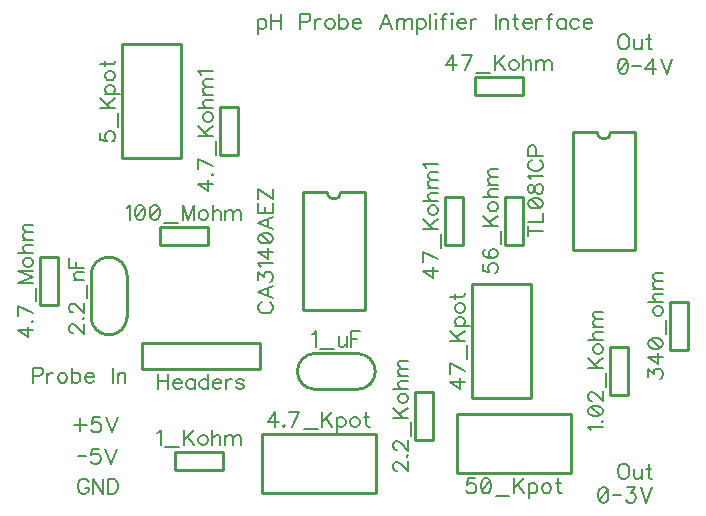
<source format=gto>
G04 DipTrace 3.2.0.1*
G04 TopSilk.gto*
%MOIN*%
G04 #@! TF.FileFunction,Legend,Top*
G04 #@! TF.Part,Single*
%ADD10C,0.009843*%
%ADD47C,0.00772*%
%FSLAX26Y26*%
G04*
G70*
G90*
G75*
G01*
G04 TopSilk*
%LPD*%
X2523701Y1023851D2*
D10*
X2463701D1*
X2523701Y863551D2*
Y1023851D1*
Y863551D2*
X2463701D1*
Y1023851D1*
X1123851Y1363701D2*
Y1423701D1*
X963551Y1363701D2*
X1123851D1*
X963551D2*
Y1423701D1*
X1123851D1*
X1173851Y614134D2*
Y674134D1*
X1013551Y614134D2*
X1173851D1*
X1013551D2*
Y674134D1*
X1173851D1*
X1481628Y882127D2*
X1621508D1*
X1481628Y1002127D2*
X1621508D1*
Y882127D2*
G03X1621508Y1002127I60J60000D01*
G01*
X1481628D2*
G03X1481628Y882127I-60J-60000D01*
G01*
X1813701Y713551D2*
X1873701D1*
X1813701Y873851D2*
Y713551D1*
Y873851D2*
X1873701D1*
Y713551D1*
X733701Y1263641D2*
Y1123761D1*
X853701Y1263641D2*
Y1123761D1*
X733701D2*
G03X853701Y1123761I60000J-60D01*
G01*
Y1263641D2*
G03X733701Y1263641I-60000J60D01*
G01*
X2663701Y1013551D2*
X2723701D1*
X2663701Y1173851D2*
Y1013551D1*
Y1173851D2*
X2723701D1*
Y1013551D1*
X1163701Y1663551D2*
X1223701D1*
X1163701Y1823851D2*
Y1663551D1*
Y1823851D2*
X1223701D1*
Y1663551D1*
X1684055Y537402D2*
X1303346D1*
Y734252D1*
X1684055D1*
Y537402D1*
X623701Y1323851D2*
X563701D1*
X623701Y1163551D2*
Y1323851D1*
Y1163551D2*
X563701D1*
Y1323851D1*
X2173851Y1863701D2*
Y1923701D1*
X2013551Y1863701D2*
X2173851D1*
X2013551D2*
Y1923701D1*
X2173851D1*
X1973701Y1523851D2*
X1913701D1*
X1973701Y1363551D2*
Y1523851D1*
Y1363551D2*
X1913701D1*
Y1523851D1*
X2200000Y1234055D2*
X2003150D1*
Y853346D1*
X2200000D1*
Y1234055D1*
X1953346Y800000D2*
X2334055D1*
Y603150D1*
X1953346D1*
Y800000D1*
X2113701Y1363551D2*
X2173701D1*
X2113701Y1523851D2*
Y1363551D1*
Y1523851D2*
X2173701D1*
Y1363551D1*
X837402Y1653346D2*
X1034252D1*
Y2034055D1*
X837402D1*
Y1653346D1*
X1646067Y1540551D2*
Y1146850D1*
X1441334D2*
X1646067D1*
X1441334Y1540551D2*
Y1146850D1*
Y1540551D2*
X1520075D1*
X1646067D2*
X1567327D1*
X1520075D2*
G03X1567327Y1540551I23626J4D01*
G01*
X904331Y1037008D2*
X1298031D1*
X904331Y950394D2*
X1298031D1*
X904331Y1037008D2*
Y950394D1*
X1298031Y1037008D2*
Y950394D1*
X2546067Y1740551D2*
Y1346850D1*
X2341334D2*
X2546067D1*
X2341334Y1740551D2*
Y1346850D1*
Y1740551D2*
X2420075D1*
X2546067D2*
X2467327D1*
X2420075D2*
G03X2467327Y1740551I23626J4D01*
G01*
X2400095Y745539D2*
D47*
X2397663Y750347D1*
X2390533Y757532D1*
X2440718D1*
X2435909Y775348D2*
X2438341Y772971D1*
X2440718Y775348D1*
X2438341Y777780D1*
X2435909Y775348D1*
X2390533Y807589D2*
X2392910Y800404D1*
X2400095Y795596D1*
X2412033Y793219D1*
X2419218D1*
X2431156Y795596D1*
X2438341Y800404D1*
X2440718Y807589D1*
Y812342D1*
X2438341Y819527D1*
X2431156Y824281D1*
X2419218Y826712D1*
X2412033D1*
X2400095Y824281D1*
X2392910Y819527D1*
X2390533Y812342D1*
Y807589D1*
X2400095Y824281D2*
X2431156Y795596D1*
X2402471Y844583D2*
X2400095Y844584D1*
X2395286Y846960D1*
X2392910Y849337D1*
X2390533Y854145D1*
Y863707D1*
X2392910Y868460D1*
X2395286Y870837D1*
X2400095Y873268D1*
X2404848D1*
X2409656Y870837D1*
X2416786Y866083D1*
X2440718Y842152D1*
Y875645D1*
X2449008Y891084D2*
Y936516D1*
X2390478Y951955D2*
X2440718D1*
X2390478Y985448D2*
X2423971Y951955D1*
X2411978Y963893D2*
X2440718Y985448D1*
X2407224Y1012826D2*
X2409601Y1008073D1*
X2414409Y1003264D1*
X2421594Y1000888D1*
X2426348D1*
X2433533Y1003264D1*
X2438286Y1008073D1*
X2440718Y1012826D1*
Y1020011D1*
X2438286Y1024819D1*
X2433533Y1029572D1*
X2426348Y1032004D1*
X2421594D1*
X2414409Y1029572D1*
X2409601Y1024819D1*
X2407224Y1020011D1*
Y1012826D1*
X2390478Y1047444D2*
X2440718D1*
X2416786D2*
X2409601Y1054629D1*
X2407224Y1059437D1*
Y1066622D1*
X2409601Y1071375D1*
X2416786Y1073752D1*
X2440718D1*
X2407224Y1089191D2*
X2440718D1*
X2416786D2*
X2409601Y1096376D1*
X2407224Y1101185D1*
Y1108314D1*
X2409601Y1113123D1*
X2416786Y1115499D1*
X2440718D1*
X2416786D2*
X2409601Y1122684D1*
X2407224Y1127493D1*
Y1134623D1*
X2409601Y1139431D1*
X2416786Y1141863D1*
X2440718D1*
X853286Y1487307D2*
X858094Y1489739D1*
X865279Y1496869D1*
Y1446684D1*
X895089Y1496869D2*
X887904Y1494492D1*
X883095Y1487307D1*
X880719Y1475369D1*
Y1468184D1*
X883095Y1456245D1*
X887904Y1449060D1*
X895089Y1446684D1*
X899842D1*
X907027Y1449060D1*
X911780Y1456245D1*
X914212Y1468184D1*
Y1475369D1*
X911780Y1487307D1*
X907027Y1494492D1*
X899842Y1496869D1*
X895089D1*
X911780Y1487307D2*
X883095Y1456245D1*
X944021Y1496869D2*
X936836Y1494492D1*
X932028Y1487307D1*
X929651Y1475369D1*
Y1468184D1*
X932028Y1456245D1*
X936836Y1449060D1*
X944021Y1446684D1*
X948774D1*
X955959Y1449060D1*
X960713Y1456245D1*
X963145Y1468184D1*
Y1475369D1*
X960713Y1487307D1*
X955959Y1494492D1*
X948774Y1496869D1*
X944021D1*
X960713Y1487307D2*
X932028Y1456245D1*
X978584Y1438393D2*
X1024015D1*
X1077701Y1446684D2*
Y1496924D1*
X1058578Y1446684D1*
X1039455Y1496924D1*
Y1446684D1*
X1105079Y1480177D2*
X1100325Y1477801D1*
X1095517Y1472992D1*
X1093140Y1465807D1*
Y1461054D1*
X1095517Y1453869D1*
X1100325Y1449116D1*
X1105079Y1446684D1*
X1112264D1*
X1117072Y1449116D1*
X1121825Y1453869D1*
X1124257Y1461054D1*
Y1465807D1*
X1121825Y1472992D1*
X1117072Y1477801D1*
X1112264Y1480177D1*
X1105079D1*
X1139696Y1496924D2*
Y1446684D1*
Y1470616D2*
X1146881Y1477801D1*
X1151690Y1480177D1*
X1158875D1*
X1163628Y1477801D1*
X1166005Y1470616D1*
Y1446684D1*
X1181444Y1480177D2*
Y1446684D1*
Y1470616D2*
X1188629Y1477801D1*
X1193437Y1480177D1*
X1200567D1*
X1205376Y1477801D1*
X1207752Y1470616D1*
Y1446684D1*
Y1470616D2*
X1214937Y1477801D1*
X1219746Y1480177D1*
X1226875D1*
X1231684Y1477801D1*
X1234116Y1470616D1*
Y1446684D1*
X954595Y737740D2*
X959403Y740172D1*
X966589Y747302D1*
Y697117D1*
X982028Y688826D2*
X1027459D1*
X1042899Y747357D2*
Y697117D1*
X1076392Y747357D2*
X1042899Y713864D1*
X1054837Y725857D2*
X1076392Y697117D1*
X1103769Y730610D2*
X1099016Y728234D1*
X1094208Y723425D1*
X1091831Y716240D1*
Y711487D1*
X1094208Y704302D1*
X1099016Y699549D1*
X1103769Y697117D1*
X1110954D1*
X1115763Y699549D1*
X1120516Y704302D1*
X1122948Y711487D1*
Y716240D1*
X1120516Y723425D1*
X1115763Y728234D1*
X1110954Y730610D1*
X1103769D1*
X1138387Y747357D2*
Y697117D1*
Y721049D2*
X1145572Y728234D1*
X1150381Y730610D1*
X1157566D1*
X1162319Y728234D1*
X1164695Y721049D1*
Y697117D1*
X1180135Y730610D2*
Y697117D1*
Y721049D2*
X1187320Y728234D1*
X1192128Y730610D1*
X1199258D1*
X1204066Y728234D1*
X1206443Y721049D1*
Y697117D1*
Y721049D2*
X1213628Y728234D1*
X1218436Y730610D1*
X1225566D1*
X1230375Y728234D1*
X1232807Y721049D1*
Y697117D1*
X1470984Y1065734D2*
X1475793Y1068165D1*
X1482978Y1075295D1*
Y1025110D1*
X1498417Y1016820D2*
X1543849D1*
X1559288Y1058604D2*
Y1034672D1*
X1561664Y1027542D1*
X1566473Y1025110D1*
X1573658D1*
X1578411Y1027542D1*
X1585596Y1034672D1*
Y1058604D2*
Y1025110D1*
X1632152Y1075350D2*
X1601035D1*
Y1025110D1*
Y1051419D2*
X1620159D1*
X1752471Y611687D2*
X1750095D1*
X1745286Y614064D1*
X1742910Y616440D1*
X1740533Y621249D1*
Y630810D1*
X1742910Y635563D1*
X1745286Y637940D1*
X1750095Y640372D1*
X1754848D1*
X1759656Y637940D1*
X1766786Y633187D1*
X1790718Y609255D1*
Y642748D1*
X1785909Y660564D2*
X1788341Y658188D1*
X1790718Y660564D1*
X1788341Y662996D1*
X1785909Y660564D1*
X1752471Y680867D2*
X1750095D1*
X1745286Y683244D1*
X1742910Y685620D1*
X1740533Y690429D1*
Y699990D1*
X1742910Y704744D1*
X1745286Y707120D1*
X1750095Y709552D1*
X1754848D1*
X1759656Y707120D1*
X1766786Y702367D1*
X1790718Y678435D1*
Y711929D1*
X1799008Y727368D2*
Y772799D1*
X1740478Y788239D2*
X1790718D1*
X1740478Y821732D2*
X1773971Y788239D1*
X1761978Y800177D2*
X1790718Y821732D1*
X1757224Y849109D2*
X1759601Y844356D1*
X1764409Y839548D1*
X1771594Y837171D1*
X1776348D1*
X1783533Y839548D1*
X1788286Y844356D1*
X1790718Y849109D1*
Y856294D1*
X1788286Y861103D1*
X1783533Y865856D1*
X1776348Y868288D1*
X1771594D1*
X1764409Y865856D1*
X1759601Y861103D1*
X1757224Y856294D1*
Y849109D1*
X1740478Y883727D2*
X1790718D1*
X1766786D2*
X1759601Y890912D1*
X1757224Y895721D1*
Y902906D1*
X1759601Y907659D1*
X1766786Y910036D1*
X1790718D1*
X1757224Y925475D2*
X1790718D1*
X1766786D2*
X1759601Y932660D1*
X1757224Y937468D1*
Y944598D1*
X1759601Y949406D1*
X1766786Y951783D1*
X1790718D1*
X1766786D2*
X1759601Y958968D1*
X1757224Y963777D1*
Y970906D1*
X1759601Y975715D1*
X1766786Y978147D1*
X1790718D1*
X672471Y1070209D2*
X670095D1*
X665286Y1072585D1*
X662910Y1074962D1*
X660533Y1079770D1*
Y1089332D1*
X662910Y1094085D1*
X665286Y1096462D1*
X670095Y1098894D1*
X674848D1*
X679656Y1096462D1*
X686786Y1091709D1*
X710718Y1067777D1*
Y1101270D1*
X705909Y1119086D2*
X708341Y1116709D1*
X710718Y1119086D1*
X708341Y1121518D1*
X705909Y1119086D1*
X672471Y1139389D2*
X670095D1*
X665286Y1141766D1*
X662910Y1144142D1*
X660533Y1148951D1*
Y1158512D1*
X662910Y1163265D1*
X665286Y1165642D1*
X670095Y1168074D1*
X674848D1*
X679656Y1165642D1*
X686786Y1160889D1*
X710718Y1136957D1*
Y1170450D1*
X719008Y1185890D2*
Y1231321D1*
X677224Y1246760D2*
X710718D1*
X686786D2*
X679601Y1253946D1*
X677224Y1258754D1*
Y1265884D1*
X679601Y1270692D1*
X686786Y1273069D1*
X710718D1*
X660478Y1319625D2*
Y1288508D1*
X710718D1*
X684409D2*
Y1307631D1*
X2590533Y922999D2*
Y949252D1*
X2609656Y934937D1*
Y942122D1*
X2612033Y946875D1*
X2614409Y949252D1*
X2621595Y951684D1*
X2626348D1*
X2633533Y949252D1*
X2638341Y944499D1*
X2640718Y937314D1*
Y930129D1*
X2638341Y922999D1*
X2635909Y920623D1*
X2631156Y918191D1*
X2640718Y991055D2*
X2590533D1*
X2623971Y967123D1*
Y1002993D1*
X2590533Y1032802D2*
X2592910Y1025617D1*
X2600095Y1020809D1*
X2612033Y1018432D1*
X2619218D1*
X2631156Y1020809D1*
X2638341Y1025617D1*
X2640718Y1032802D1*
Y1037556D1*
X2638341Y1044741D1*
X2631156Y1049494D1*
X2619218Y1051926D1*
X2612033D1*
X2600095Y1049494D1*
X2592910Y1044741D1*
X2590533Y1037556D1*
Y1032802D1*
X2600095Y1049494D2*
X2631156Y1020809D1*
X2649008Y1067365D2*
Y1112796D1*
X2607224Y1140174D2*
X2609601Y1135421D1*
X2614409Y1130612D1*
X2621594Y1128236D1*
X2626348D1*
X2633533Y1130612D1*
X2638286Y1135421D1*
X2640718Y1140174D1*
Y1147359D1*
X2638286Y1152167D1*
X2633533Y1156921D1*
X2626348Y1159352D1*
X2621594D1*
X2614409Y1156921D1*
X2609601Y1152167D1*
X2607224Y1147359D1*
Y1140174D1*
X2590478Y1174792D2*
X2640718D1*
X2616786D2*
X2609601Y1181977D1*
X2607224Y1186785D1*
Y1193970D1*
X2609601Y1198723D1*
X2616786Y1201100D1*
X2640718D1*
X2607224Y1216539D2*
X2640718D1*
X2616786D2*
X2609601Y1223724D1*
X2607224Y1228533D1*
Y1235662D1*
X2609601Y1240471D1*
X2616786Y1242847D1*
X2640718D1*
X2616786D2*
X2609601Y1250033D1*
X2607224Y1254841D1*
Y1261971D1*
X2609601Y1266779D1*
X2616786Y1269211D1*
X2640718D1*
X1140718Y1568282D2*
X1090533D1*
X1123971Y1544350D1*
Y1580220D1*
X1135909Y1598036D2*
X1138341Y1595659D1*
X1140718Y1598036D1*
X1138341Y1600468D1*
X1135909Y1598036D1*
X1140718Y1625469D2*
X1090533Y1649401D1*
Y1615907D1*
X1149008Y1664840D2*
Y1710271D1*
X1090478Y1725711D2*
X1140718D1*
X1090478Y1759204D2*
X1123971Y1725711D1*
X1111978Y1737649D2*
X1140718Y1759204D1*
X1107224Y1786581D2*
X1109601Y1781828D1*
X1114409Y1777020D1*
X1121594Y1774643D1*
X1126348D1*
X1133533Y1777020D1*
X1138286Y1781828D1*
X1140718Y1786581D1*
Y1793766D1*
X1138286Y1798575D1*
X1133533Y1803328D1*
X1126348Y1805760D1*
X1121594D1*
X1114409Y1803328D1*
X1109601Y1798575D1*
X1107224Y1793766D1*
Y1786581D1*
X1090478Y1821199D2*
X1140718D1*
X1116786D2*
X1109601Y1828384D1*
X1107224Y1833193D1*
Y1840378D1*
X1109601Y1845131D1*
X1116786Y1847507D1*
X1140718D1*
X1107224Y1862947D2*
X1140718D1*
X1116786D2*
X1109601Y1870132D1*
X1107224Y1874940D1*
Y1882070D1*
X1109601Y1886878D1*
X1116786Y1889255D1*
X1140718D1*
X1116786D2*
X1109601Y1896440D1*
X1107224Y1901248D1*
Y1908378D1*
X1109601Y1913187D1*
X1116786Y1915619D1*
X1140718D1*
X1100095Y1931058D2*
X1097663Y1935866D1*
X1090533Y1943051D1*
X1140718D1*
X1347557Y757235D2*
Y807420D1*
X1323625Y773982D1*
X1359495D1*
X1377311Y762043D2*
X1374934Y759612D1*
X1377311Y757235D1*
X1379743Y759612D1*
X1377311Y762043D1*
X1404744Y757235D2*
X1428675Y807420D1*
X1395182D1*
X1444114Y748945D2*
X1489546D1*
X1504985Y807475D2*
Y757235D1*
X1538479Y807475D2*
X1504985Y773982D1*
X1516924Y785975D2*
X1538479Y757235D1*
X1553918Y790728D2*
Y740488D1*
Y783543D2*
X1558726Y788297D1*
X1563480Y790728D1*
X1570665D1*
X1575473Y788297D1*
X1580226Y783543D1*
X1582658Y776358D1*
Y771550D1*
X1580226Y764420D1*
X1575473Y759612D1*
X1570665Y757235D1*
X1563480D1*
X1558726Y759612D1*
X1553918Y764420D1*
X1610036Y790728D2*
X1605282Y788352D1*
X1600474Y783543D1*
X1598097Y776358D1*
Y771605D1*
X1600474Y764420D1*
X1605282Y759667D1*
X1610036Y757235D1*
X1617221D1*
X1622029Y759667D1*
X1626782Y764420D1*
X1629214Y771605D1*
Y776358D1*
X1626782Y783543D1*
X1622029Y788352D1*
X1617221Y790728D1*
X1610036D1*
X1651838Y807475D2*
Y766797D1*
X1654215Y759667D1*
X1659023Y757235D1*
X1663777D1*
X1644653Y790728D2*
X1661400D1*
X540718Y1079622D2*
X490533D1*
X523971Y1055690D1*
Y1091560D1*
X535909Y1109376D2*
X538341Y1106999D1*
X540718Y1109376D1*
X538341Y1111808D1*
X535909Y1109376D1*
X540718Y1136809D2*
X490533Y1160740D1*
Y1127247D1*
X549008Y1176180D2*
Y1221611D1*
X540718Y1275297D2*
X490478D1*
X540718Y1256174D1*
X490478Y1237050D1*
X540718D1*
X507224Y1302674D2*
X509601Y1297921D1*
X514409Y1293113D1*
X521594Y1290736D1*
X526348D1*
X533533Y1293113D1*
X538286Y1297921D1*
X540718Y1302674D1*
Y1309859D1*
X538286Y1314668D1*
X533533Y1319421D1*
X526348Y1321853D1*
X521594D1*
X514409Y1319421D1*
X509601Y1314668D1*
X507224Y1309859D1*
Y1302674D1*
X490478Y1337292D2*
X540718D1*
X516786D2*
X509601Y1344477D1*
X507224Y1349286D1*
Y1356471D1*
X509601Y1361224D1*
X516786Y1363600D1*
X540718D1*
X507224Y1379040D2*
X540718D1*
X516786D2*
X509601Y1386225D1*
X507224Y1391033D1*
Y1398163D1*
X509601Y1402971D1*
X516786Y1405348D1*
X540718D1*
X516786D2*
X509601Y1412533D1*
X507224Y1417341D1*
Y1424471D1*
X509601Y1429280D1*
X516786Y1431712D1*
X540718D1*
X1942122Y1946684D2*
Y1996869D1*
X1918191Y1963431D1*
X1954060D1*
X1979061Y1946684D2*
X2002993Y1996869D1*
X1969500D1*
X2018432Y1938393D2*
X2063864D1*
X2079303Y1996924D2*
Y1946684D1*
X2112796Y1996924D2*
X2079303Y1963431D1*
X2091241Y1975424D2*
X2112796Y1946684D1*
X2140174Y1980177D2*
X2135421Y1977801D1*
X2130612Y1972992D1*
X2128236Y1965807D1*
Y1961054D1*
X2130612Y1953869D1*
X2135421Y1949116D1*
X2140174Y1946684D1*
X2147359D1*
X2152167Y1949116D1*
X2156921Y1953869D1*
X2159352Y1961054D1*
Y1965807D1*
X2156921Y1972992D1*
X2152167Y1977801D1*
X2147359Y1980177D1*
X2140174D1*
X2174792Y1996924D2*
Y1946684D1*
Y1970616D2*
X2181977Y1977801D1*
X2186785Y1980177D1*
X2193970D1*
X2198723Y1977801D1*
X2201100Y1970616D1*
Y1946684D1*
X2216539Y1980177D2*
Y1946684D1*
Y1970616D2*
X2223724Y1977801D1*
X2228533Y1980177D1*
X2235662D1*
X2240471Y1977801D1*
X2242847Y1970616D1*
Y1946684D1*
Y1970616D2*
X2250033Y1977801D1*
X2254841Y1980177D1*
X2261971D1*
X2266779Y1977801D1*
X2269211Y1970616D1*
Y1946684D1*
X1890718Y1278406D2*
X1840533D1*
X1873971Y1254474D1*
Y1290344D1*
X1890718Y1315345D2*
X1840533Y1339277D1*
Y1305783D1*
X1899008Y1354716D2*
Y1400147D1*
X1840478Y1415587D2*
X1890718D1*
X1840478Y1449080D2*
X1873971Y1415587D1*
X1861978Y1427525D2*
X1890718Y1449080D1*
X1857224Y1476458D2*
X1859601Y1471704D1*
X1864409Y1466896D1*
X1871594Y1464519D1*
X1876348D1*
X1883533Y1466896D1*
X1888286Y1471704D1*
X1890718Y1476458D1*
Y1483643D1*
X1888286Y1488451D1*
X1883533Y1493204D1*
X1876348Y1495636D1*
X1871594D1*
X1864409Y1493204D1*
X1859601Y1488451D1*
X1857224Y1483643D1*
Y1476458D1*
X1840478Y1511075D2*
X1890718D1*
X1866786D2*
X1859601Y1518260D1*
X1857224Y1523069D1*
Y1530254D1*
X1859601Y1535007D1*
X1866786Y1537384D1*
X1890718D1*
X1857224Y1552823D2*
X1890718D1*
X1866786D2*
X1859601Y1560008D1*
X1857224Y1564816D1*
Y1571946D1*
X1859601Y1576755D1*
X1866786Y1579131D1*
X1890718D1*
X1866786D2*
X1859601Y1586316D1*
X1857224Y1591125D1*
Y1598254D1*
X1859601Y1603063D1*
X1866786Y1605495D1*
X1890718D1*
X1850095Y1620934D2*
X1847663Y1625742D1*
X1840533Y1632927D1*
X1890718D1*
X1980167Y907681D2*
X1929982D1*
X1963420Y883749D1*
Y919619D1*
X1980167Y944620D2*
X1929982Y968551D1*
Y935058D1*
X1988457Y983991D2*
Y1029422D1*
X1929927Y1044861D2*
X1980167D1*
X1929927Y1078355D2*
X1963420Y1044861D1*
X1951426Y1056800D2*
X1980167Y1078355D1*
X1946673Y1093794D2*
X1996913D1*
X1953858D2*
X1949105Y1098602D1*
X1946673Y1103356D1*
Y1110541D1*
X1949105Y1115349D1*
X1953858Y1120102D1*
X1961043Y1122534D1*
X1965852D1*
X1972982Y1120102D1*
X1977790Y1115349D1*
X1980167Y1110541D1*
Y1103356D1*
X1977790Y1098602D1*
X1972982Y1093794D1*
X1946673Y1149912D2*
X1949050Y1145158D1*
X1953858Y1140350D1*
X1961043Y1137973D1*
X1965796D1*
X1972982Y1140350D1*
X1977735Y1145158D1*
X1980167Y1149912D1*
Y1157097D1*
X1977735Y1161905D1*
X1972982Y1166658D1*
X1965796Y1169090D1*
X1961043D1*
X1953858Y1166658D1*
X1949050Y1161905D1*
X1946673Y1157097D1*
Y1149912D1*
X1929927Y1191714D2*
X1970605D1*
X1977735Y1194091D1*
X1980167Y1198900D1*
Y1203653D1*
X1946673Y1184529D2*
Y1201276D1*
X2013622Y586136D2*
X1989746D1*
X1987369Y564636D1*
X1989746Y567012D1*
X1996931Y569444D1*
X2004060D1*
X2011245Y567012D1*
X2016054Y562259D1*
X2018431Y555074D1*
Y550321D1*
X2016054Y543136D1*
X2011245Y538327D1*
X2004060Y535951D1*
X1996931D1*
X1989746Y538327D1*
X1987369Y540759D1*
X1984937Y545513D1*
X2048240Y586136D2*
X2041055Y583759D1*
X2036246Y576574D1*
X2033870Y564636D1*
Y557451D1*
X2036246Y545513D1*
X2041055Y538327D1*
X2048240Y535951D1*
X2052993D1*
X2060178Y538327D1*
X2064931Y545513D1*
X2067363Y557451D1*
Y564636D1*
X2064931Y576574D1*
X2060178Y583759D1*
X2052993Y586136D1*
X2048240D1*
X2064931Y576574D2*
X2036246Y545513D1*
X2082802Y527660D2*
X2128234D1*
X2143673Y586191D2*
Y535951D1*
X2177166Y586191D2*
X2143673Y552698D1*
X2155611Y564691D2*
X2177166Y535951D1*
X2192606Y569444D2*
Y519204D1*
Y562259D2*
X2197414Y567012D1*
X2202167Y569444D1*
X2209352D1*
X2214161Y567012D1*
X2218914Y562259D1*
X2221346Y555074D1*
Y550266D1*
X2218914Y543136D1*
X2214161Y538327D1*
X2209352Y535951D1*
X2202167D1*
X2197414Y538327D1*
X2192606Y543136D1*
X2248723Y569444D2*
X2243970Y567068D1*
X2239162Y562259D1*
X2236785Y555074D1*
Y550321D1*
X2239162Y543136D1*
X2243970Y538383D1*
X2248723Y535951D1*
X2255908D1*
X2260717Y538383D1*
X2265470Y543136D1*
X2267902Y550321D1*
Y555074D1*
X2265470Y562259D1*
X2260717Y567068D1*
X2255908Y569444D1*
X2248723D1*
X2290526Y586191D2*
Y545513D1*
X2292903Y538383D1*
X2297711Y535951D1*
X2302464D1*
X2283341Y569444D2*
X2300088D1*
X2040533Y1299280D2*
Y1275403D1*
X2062033Y1273027D1*
X2059656Y1275403D1*
X2057224Y1282588D1*
Y1289718D1*
X2059656Y1296903D1*
X2064409Y1301712D1*
X2071595Y1304088D1*
X2076348D1*
X2083533Y1301712D1*
X2088341Y1296903D1*
X2090718Y1289718D1*
Y1282588D1*
X2088341Y1275403D1*
X2085909Y1273027D1*
X2081156Y1270595D1*
X2047663Y1348212D2*
X2042910Y1345836D1*
X2040533Y1338651D1*
Y1333897D1*
X2042910Y1326712D1*
X2050095Y1321904D1*
X2062033Y1319527D1*
X2073971D1*
X2083533Y1321904D1*
X2088341Y1326712D1*
X2090718Y1333897D1*
Y1336274D1*
X2088341Y1343404D1*
X2083533Y1348212D1*
X2076348Y1350589D1*
X2073971D1*
X2066786Y1348212D1*
X2062033Y1343404D1*
X2059656Y1336274D1*
Y1333897D1*
X2062033Y1326712D1*
X2066786Y1321904D1*
X2073971Y1319527D1*
X2099008Y1366028D2*
Y1411460D1*
X2040478Y1426899D2*
X2090718D1*
X2040478Y1460392D2*
X2073971Y1426899D1*
X2061978Y1438837D2*
X2090718Y1460392D1*
X2057224Y1487770D2*
X2059601Y1483016D1*
X2064409Y1478208D1*
X2071594Y1475831D1*
X2076348D1*
X2083533Y1478208D1*
X2088286Y1483016D1*
X2090718Y1487770D1*
Y1494955D1*
X2088286Y1499763D1*
X2083533Y1504516D1*
X2076348Y1506948D1*
X2071594D1*
X2064409Y1504516D1*
X2059601Y1499763D1*
X2057224Y1494955D1*
Y1487770D1*
X2040478Y1522387D2*
X2090718D1*
X2066786D2*
X2059601Y1529572D1*
X2057224Y1534381D1*
Y1541566D1*
X2059601Y1546319D1*
X2066786Y1548696D1*
X2090718D1*
X2057224Y1564135D2*
X2090718D1*
X2066786D2*
X2059601Y1571320D1*
X2057224Y1576128D1*
Y1583258D1*
X2059601Y1588067D1*
X2066786Y1590443D1*
X2090718D1*
X2066786D2*
X2059601Y1597628D1*
X2057224Y1602437D1*
Y1609567D1*
X2059601Y1614375D1*
X2066786Y1616807D1*
X2090718D1*
X764234Y1738088D2*
Y1714212D1*
X785734Y1711835D1*
X783357Y1714212D1*
X780925Y1721397D1*
Y1728527D1*
X783357Y1735712D1*
X788110Y1740520D1*
X795295Y1742897D1*
X800048D1*
X807234Y1740520D1*
X812042Y1735712D1*
X814419Y1728527D1*
Y1721397D1*
X812042Y1714212D1*
X809610Y1711835D1*
X804857Y1709404D1*
X822709Y1758336D2*
Y1803768D1*
X764179Y1819207D2*
X814419D1*
X764179Y1852700D2*
X797672Y1819207D1*
X785678Y1831145D2*
X814419Y1852700D1*
X780925Y1868139D2*
X831165D1*
X788110D2*
X783357Y1872948D1*
X780925Y1877701D1*
Y1884886D1*
X783357Y1889695D1*
X788110Y1894448D1*
X795295Y1896880D1*
X800104D1*
X807233Y1894448D1*
X812042Y1889695D1*
X814419Y1884886D1*
Y1877701D1*
X812042Y1872948D1*
X807233Y1868139D1*
X780925Y1924257D2*
X783302Y1919504D1*
X788110Y1914695D1*
X795295Y1912319D1*
X800048D1*
X807233Y1914695D1*
X811987Y1919504D1*
X814419Y1924257D1*
Y1931442D1*
X811987Y1936251D1*
X807233Y1941004D1*
X800048Y1943436D1*
X795295D1*
X788110Y1941004D1*
X783302Y1936251D1*
X780925Y1931442D1*
Y1924257D1*
X764179Y1966060D2*
X804857D1*
X811987Y1968436D1*
X814419Y1973245D1*
Y1977998D1*
X780925Y1958875D2*
Y1975622D1*
X1302888Y1171875D2*
X1298135Y1169498D1*
X1293327Y1164690D1*
X1290950Y1159936D1*
Y1150375D1*
X1293327Y1145566D1*
X1298135Y1140813D1*
X1302888Y1138381D1*
X1310073Y1136005D1*
X1322067D1*
X1329197Y1138381D1*
X1334005Y1140813D1*
X1338758Y1145566D1*
X1341190Y1150375D1*
Y1159936D1*
X1338758Y1164690D1*
X1334005Y1169498D1*
X1329197Y1171875D1*
X1341190Y1225616D2*
X1290950Y1206437D1*
X1341190Y1187314D1*
X1324444Y1194499D2*
Y1218431D1*
X1291005Y1245863D2*
Y1272116D1*
X1310129Y1257801D1*
Y1264987D1*
X1312505Y1269740D1*
X1314882Y1272116D1*
X1322067Y1274548D1*
X1326820D1*
X1334005Y1272116D1*
X1338814Y1267363D1*
X1341190Y1260178D1*
Y1252993D1*
X1338814Y1245863D1*
X1336382Y1243487D1*
X1331629Y1241055D1*
X1300567Y1289987D2*
X1298135Y1294796D1*
X1291005Y1301981D1*
X1341190D1*
Y1341352D2*
X1291005D1*
X1324444Y1317420D1*
Y1353290D1*
X1291005Y1383099D2*
X1293382Y1375914D1*
X1300567Y1371106D1*
X1312505Y1368729D1*
X1319690D1*
X1331629Y1371106D1*
X1338814Y1375914D1*
X1341190Y1383099D1*
Y1387853D1*
X1338814Y1395038D1*
X1331629Y1399791D1*
X1319690Y1402223D1*
X1312505D1*
X1300567Y1399791D1*
X1293382Y1395038D1*
X1291005Y1387853D1*
Y1383099D1*
X1300567Y1399791D2*
X1331629Y1371106D1*
X1341190Y1455964D2*
X1290950Y1436785D1*
X1341190Y1417662D1*
X1324444Y1424847D2*
Y1448779D1*
X1290950Y1502464D2*
Y1471403D1*
X1341190D1*
Y1502464D1*
X1314882Y1471403D2*
Y1490526D1*
X1290950Y1517904D2*
Y1551397D1*
X1341190Y1517904D1*
Y1551397D1*
X958004Y933435D2*
Y883195D1*
X991497Y933435D2*
Y883195D1*
X958004Y909503D2*
X991497D1*
X1006936Y902318D2*
X1035621D1*
Y907127D1*
X1033244Y911935D1*
X1030868Y914312D1*
X1026059Y916688D1*
X1018874D1*
X1014121Y914312D1*
X1009313Y909503D1*
X1006936Y902318D1*
Y897565D1*
X1009313Y890380D1*
X1014121Y885627D1*
X1018874Y883195D1*
X1026059D1*
X1030868Y885627D1*
X1035621Y890380D1*
X1079745Y916688D2*
Y883195D1*
Y909503D2*
X1074992Y914312D1*
X1070183Y916688D1*
X1063054D1*
X1058245Y914312D1*
X1053492Y909503D1*
X1051060Y902318D1*
Y897565D1*
X1053492Y890380D1*
X1058245Y885627D1*
X1063054Y883195D1*
X1070183D1*
X1074992Y885627D1*
X1079745Y890380D1*
X1123869Y933435D2*
Y883195D1*
Y909503D2*
X1119116Y914312D1*
X1114308Y916688D1*
X1107123D1*
X1102369Y914312D1*
X1097561Y909503D1*
X1095184Y902318D1*
Y897565D1*
X1097561Y890380D1*
X1102369Y885627D1*
X1107123Y883195D1*
X1114308D1*
X1119116Y885627D1*
X1123869Y890380D1*
X1139308Y902318D2*
X1167993D1*
Y907127D1*
X1165617Y911935D1*
X1163240Y914312D1*
X1158432Y916688D1*
X1151247D1*
X1146494Y914312D1*
X1141685Y909503D1*
X1139308Y902318D1*
Y897565D1*
X1141685Y890380D1*
X1146494Y885627D1*
X1151247Y883195D1*
X1158432D1*
X1163240Y885627D1*
X1167993Y890380D1*
X1183433Y916688D2*
Y883195D1*
Y902318D2*
X1185864Y909503D1*
X1190618Y914312D1*
X1195426Y916688D1*
X1202611D1*
X1244359Y909503D2*
X1241982Y914312D1*
X1234797Y916688D1*
X1227612D1*
X1220427Y914312D1*
X1218050Y909503D1*
X1220427Y904750D1*
X1225235Y902318D1*
X1237174Y899942D1*
X1241982Y897565D1*
X1244359Y892757D1*
Y890380D1*
X1241982Y885627D1*
X1234797Y883195D1*
X1227612D1*
X1220427Y885627D1*
X1218050Y890380D1*
X2190950Y1408897D2*
X2241190D1*
X2190950Y1392150D2*
Y1425643D1*
Y1441083D2*
X2241190Y1441082D1*
Y1469767D1*
X2191005Y1499577D2*
X2193382Y1492392D1*
X2200567Y1487583D1*
X2212505Y1485207D1*
X2219690D1*
X2231629Y1487583D1*
X2238814Y1492392D1*
X2241190Y1499577D1*
Y1504330D1*
X2238814Y1511515D1*
X2231629Y1516268D1*
X2219690Y1518700D1*
X2212505D1*
X2200567Y1516268D1*
X2193382Y1511515D1*
X2191005Y1504330D1*
Y1499577D1*
X2200567Y1516268D2*
X2231629Y1487583D1*
X2191005Y1546077D2*
X2193382Y1538948D1*
X2198135Y1536516D1*
X2202944D1*
X2207697Y1538948D1*
X2210129Y1543701D1*
X2212505Y1553262D1*
X2214882Y1560447D1*
X2219690Y1565201D1*
X2224444Y1567577D1*
X2231629D1*
X2236382Y1565201D1*
X2238814Y1562824D1*
X2241190Y1555639D1*
Y1546077D1*
X2238814Y1538948D1*
X2236382Y1536516D1*
X2231629Y1534139D1*
X2224444D1*
X2219690Y1536516D1*
X2214882Y1541324D1*
X2212505Y1548454D1*
X2210129Y1558016D1*
X2207697Y1562824D1*
X2202944Y1565201D1*
X2198135D1*
X2193382Y1562824D1*
X2191005Y1555639D1*
Y1546077D1*
X2200567Y1583016D2*
X2198135Y1587825D1*
X2191005Y1595010D1*
X2241190D1*
X2202888Y1646319D2*
X2198135Y1643943D1*
X2193327Y1639134D1*
X2190950Y1634381D1*
Y1624819D1*
X2193327Y1620011D1*
X2198135Y1615258D1*
X2202888Y1612826D1*
X2210073Y1610449D1*
X2222067D1*
X2229197Y1612826D1*
X2234005Y1615258D1*
X2238758Y1620011D1*
X2241190Y1624819D1*
Y1634381D1*
X2238758Y1639134D1*
X2234005Y1643943D1*
X2229197Y1646319D1*
X2217258Y1661758D2*
Y1683314D1*
X2214882Y1690443D1*
X2212450Y1692875D1*
X2207697Y1695252D1*
X2200512D1*
X2195759Y1692875D1*
X2193327Y1690443D1*
X2190950Y1683314D1*
Y1661758D1*
X2241190D1*
X1289841Y2117715D2*
Y2067475D1*
Y2110530D2*
X1294650Y2115283D1*
X1299403Y2117715D1*
X1306588D1*
X1311397Y2115283D1*
X1316150Y2110530D1*
X1318582Y2103345D1*
Y2098536D1*
X1316150Y2091406D1*
X1311397Y2086598D1*
X1306588Y2084221D1*
X1299403D1*
X1294650Y2086598D1*
X1289841Y2091406D1*
X1334021Y2134461D2*
Y2084221D1*
X1367514Y2134461D2*
Y2084221D1*
X1334021Y2110530D2*
X1367514D1*
X1431554Y2108153D2*
X1453110D1*
X1460239Y2110530D1*
X1462671Y2112961D1*
X1465048Y2117715D1*
Y2124900D1*
X1462671Y2129653D1*
X1460239Y2132085D1*
X1453110Y2134461D1*
X1431554D1*
Y2084221D1*
X1480487Y2117715D2*
Y2084221D1*
Y2103345D2*
X1482919Y2110530D1*
X1487672Y2115338D1*
X1492480Y2117715D1*
X1499666D1*
X1527043D2*
X1522290Y2115338D1*
X1517481Y2110530D1*
X1515105Y2103345D1*
Y2098591D1*
X1517481Y2091406D1*
X1522290Y2086653D1*
X1527043Y2084221D1*
X1534228D1*
X1539036Y2086653D1*
X1543790Y2091406D1*
X1546221Y2098591D1*
Y2103345D1*
X1543790Y2110530D1*
X1539036Y2115338D1*
X1534228Y2117715D1*
X1527043D1*
X1561661Y2134461D2*
Y2084221D1*
Y2110530D2*
X1566469Y2115338D1*
X1571222Y2117715D1*
X1578407D1*
X1583161Y2115338D1*
X1587969Y2110530D1*
X1590346Y2103345D1*
Y2098591D1*
X1587969Y2091406D1*
X1583161Y2086653D1*
X1578407Y2084221D1*
X1571222D1*
X1566469Y2086653D1*
X1561661Y2091406D1*
X1605785Y2103345D2*
X1634470D1*
Y2108153D1*
X1632093Y2112961D1*
X1629717Y2115338D1*
X1624908Y2117715D1*
X1617723D1*
X1612970Y2115338D1*
X1608161Y2110530D1*
X1605785Y2103345D1*
Y2098591D1*
X1608161Y2091406D1*
X1612970Y2086653D1*
X1617723Y2084221D1*
X1624908D1*
X1629717Y2086653D1*
X1634470Y2091406D1*
X1736812Y2084221D2*
X1717633Y2134461D1*
X1698510Y2084221D1*
X1705695Y2100968D2*
X1729627D1*
X1752251Y2117715D2*
Y2084221D1*
Y2108153D2*
X1759436Y2115338D1*
X1764245Y2117715D1*
X1771374D1*
X1776183Y2115338D1*
X1778559Y2108153D1*
Y2084221D1*
Y2108153D2*
X1785744Y2115338D1*
X1790553Y2117715D1*
X1797683D1*
X1802491Y2115338D1*
X1804923Y2108153D1*
Y2084221D1*
X1820362Y2117715D2*
Y2067475D1*
Y2110530D2*
X1825171Y2115283D1*
X1829924Y2117715D1*
X1837109D1*
X1841917Y2115283D1*
X1846670Y2110530D1*
X1849102Y2103345D1*
Y2098536D1*
X1846670Y2091406D1*
X1841917Y2086598D1*
X1837109Y2084221D1*
X1829924D1*
X1825171Y2086598D1*
X1820362Y2091406D1*
X1864542Y2134461D2*
Y2084221D1*
X1879981Y2134461D2*
X1882357Y2132085D1*
X1884789Y2134461D1*
X1882357Y2136893D1*
X1879981Y2134461D1*
X1882357Y2117715D2*
Y2084221D1*
X1919352Y2134461D2*
X1914599D1*
X1909790Y2132085D1*
X1907414Y2124900D1*
Y2084221D1*
X1900228Y2117715D2*
X1916975D1*
X1934791Y2134461D2*
X1937168Y2132085D1*
X1939599Y2134461D1*
X1937168Y2136893D1*
X1934791Y2134461D1*
X1937168Y2117715D2*
Y2084221D1*
X1955039Y2103345D2*
X1983724D1*
Y2108153D1*
X1981347Y2112961D1*
X1978970Y2115338D1*
X1974162Y2117715D1*
X1966977D1*
X1962224Y2115338D1*
X1957415Y2110530D1*
X1955039Y2103345D1*
Y2098591D1*
X1957415Y2091406D1*
X1962224Y2086653D1*
X1966977Y2084221D1*
X1974162D1*
X1978970Y2086653D1*
X1983724Y2091406D1*
X1999163Y2117715D2*
Y2084221D1*
Y2103345D2*
X2001595Y2110530D1*
X2006348Y2115338D1*
X2011156Y2117715D1*
X2018341D1*
X2082382Y2134461D2*
Y2084221D1*
X2097821Y2117715D2*
Y2084221D1*
Y2108153D2*
X2105006Y2115338D1*
X2109814Y2117715D1*
X2116944D1*
X2121753Y2115338D1*
X2124129Y2108153D1*
Y2084221D1*
X2146753Y2134461D2*
Y2093783D1*
X2149130Y2086653D1*
X2153938Y2084221D1*
X2158692D1*
X2139568Y2117715D2*
X2156315D1*
X2174131Y2103345D2*
X2202816D1*
Y2108153D1*
X2200439Y2112961D1*
X2198063Y2115338D1*
X2193254Y2117715D1*
X2186069D1*
X2181316Y2115338D1*
X2176507Y2110530D1*
X2174131Y2103345D1*
Y2098591D1*
X2176507Y2091406D1*
X2181316Y2086653D1*
X2186069Y2084221D1*
X2193254D1*
X2198063Y2086653D1*
X2202816Y2091406D1*
X2218255Y2117715D2*
Y2084221D1*
Y2103345D2*
X2220687Y2110530D1*
X2225440Y2115338D1*
X2230248Y2117715D1*
X2237434D1*
X2271996Y2134461D2*
X2267243D1*
X2262434Y2132085D1*
X2260058Y2124900D1*
Y2084221D1*
X2252873Y2117715D2*
X2269619D1*
X2316120D2*
Y2084221D1*
Y2110530D2*
X2311367Y2115338D1*
X2306559Y2117715D1*
X2299429D1*
X2294620Y2115338D1*
X2289867Y2110530D1*
X2287435Y2103345D1*
Y2098591D1*
X2289867Y2091406D1*
X2294620Y2086653D1*
X2299429Y2084221D1*
X2306559D1*
X2311367Y2086653D1*
X2316120Y2091406D1*
X2360300Y2110530D2*
X2355491Y2115338D1*
X2350683Y2117715D1*
X2343553D1*
X2338744Y2115338D1*
X2333991Y2110530D1*
X2331559Y2103345D1*
Y2098591D1*
X2333991Y2091406D1*
X2338744Y2086653D1*
X2343553Y2084221D1*
X2350683D1*
X2355491Y2086653D1*
X2360300Y2091406D1*
X2375739Y2103345D2*
X2404424D1*
Y2108153D1*
X2402047Y2112961D1*
X2399671Y2115338D1*
X2394862Y2117715D1*
X2387677D1*
X2382924Y2115338D1*
X2378115Y2110530D1*
X2375739Y2103345D1*
Y2098591D1*
X2378115Y2091406D1*
X2382924Y2086653D1*
X2387677Y2084221D1*
X2394862D1*
X2399671Y2086653D1*
X2404424Y2091406D1*
X539841Y928469D2*
X561397D1*
X568526Y930846D1*
X570958Y933278D1*
X573335Y938031D1*
Y945216D1*
X570958Y949969D1*
X568526Y952401D1*
X561397Y954778D1*
X539841D1*
Y904538D1*
X588774Y938031D2*
Y904538D1*
Y923661D2*
X591206Y930846D1*
X595959Y935654D1*
X600768Y938031D1*
X607953D1*
X635330D2*
X630577Y935654D1*
X625768Y930846D1*
X623392Y923661D1*
Y918908D1*
X625768Y911723D1*
X630577Y906969D1*
X635330Y904538D1*
X642515D1*
X647324Y906969D1*
X652077Y911723D1*
X654509Y918908D1*
Y923661D1*
X652077Y930846D1*
X647324Y935654D1*
X642515Y938031D1*
X635330D1*
X669948Y954778D2*
Y904538D1*
Y930846D2*
X674756Y935654D1*
X679509Y938031D1*
X686694D1*
X691448Y935654D1*
X696256Y930846D1*
X698633Y923661D1*
Y918908D1*
X696256Y911723D1*
X691448Y906969D1*
X686694Y904538D1*
X679509D1*
X674756Y906969D1*
X669948Y911723D1*
X714072Y923661D2*
X742757D1*
Y928469D1*
X740380Y933278D1*
X738004Y935654D1*
X733195Y938031D1*
X726010D1*
X721257Y935654D1*
X716449Y930846D1*
X714072Y923661D1*
Y918908D1*
X716449Y911723D1*
X721257Y906969D1*
X726010Y904538D1*
X733195D1*
X738004Y906969D1*
X742757Y911723D1*
X806797Y954778D2*
Y904538D1*
X822236Y938031D2*
Y904538D1*
Y928469D2*
X829421Y935654D1*
X834230Y938031D1*
X841360D1*
X846168Y935654D1*
X848545Y928469D1*
Y904538D1*
X2504212Y634461D2*
X2499403Y632085D1*
X2494650Y627276D1*
X2492218Y622523D1*
X2489841Y615338D1*
Y603345D1*
X2492218Y596215D1*
X2494650Y591406D1*
X2499403Y586653D1*
X2504212Y584221D1*
X2513773D1*
X2518526Y586653D1*
X2523335Y591406D1*
X2525711Y596215D1*
X2528088Y603345D1*
Y615338D1*
X2525711Y622523D1*
X2523335Y627276D1*
X2518526Y632085D1*
X2513773Y634461D1*
X2504212D1*
X2543527Y617715D2*
Y593783D1*
X2545904Y586653D1*
X2550712Y584221D1*
X2557897D1*
X2562650Y586653D1*
X2569836Y593783D1*
Y617715D2*
Y584221D1*
X2592460Y634461D2*
Y593783D1*
X2594836Y586653D1*
X2599645Y584221D1*
X2604398D1*
X2585275Y617715D2*
X2602021D1*
X698218Y785215D2*
Y742160D1*
X676718Y763660D2*
X719773D1*
X763897Y788780D2*
X740021D1*
X737644Y767280D1*
X740021Y769657D1*
X747206Y772089D1*
X754336D1*
X761521Y769657D1*
X766329Y764904D1*
X768706Y757719D1*
Y752965D1*
X766329Y745780D1*
X761521Y740972D1*
X754336Y738595D1*
X747206D1*
X740021Y740972D1*
X737644Y743404D1*
X735212Y748157D1*
X784145Y788835D2*
X803268Y738595D1*
X822391Y788835D1*
X689841Y659314D2*
X717476D1*
X761600Y684406D2*
X737724D1*
X735347Y662906D1*
X737724Y665283D1*
X744909Y667715D1*
X752039D1*
X759224Y665283D1*
X764032Y660530D1*
X766409Y653345D1*
Y648591D1*
X764032Y641406D1*
X759224Y636598D1*
X752039Y634221D1*
X744909D1*
X737724Y636598D1*
X735347Y639030D1*
X732915Y643783D1*
X781848Y684461D2*
X800971Y634221D1*
X820095Y684461D1*
X725711Y572523D2*
X723335Y577276D1*
X718526Y582085D1*
X713773Y584461D1*
X704212D1*
X699403Y582085D1*
X694650Y577276D1*
X692218Y572523D1*
X689841Y565338D1*
Y553345D1*
X692218Y546215D1*
X694650Y541406D1*
X699403Y536653D1*
X704212Y534221D1*
X713773D1*
X718526Y536653D1*
X723335Y541406D1*
X725711Y546215D1*
Y553345D1*
X713773D1*
X774644Y584461D2*
Y534221D1*
X741151Y584461D1*
Y534221D1*
X790083Y584461D2*
Y534221D1*
X806830D1*
X814015Y536653D1*
X818823Y541406D1*
X821200Y546215D1*
X823577Y553345D1*
Y565338D1*
X821200Y572523D1*
X818823Y577276D1*
X814015Y582085D1*
X806830Y584461D1*
X790083D1*
X2439691Y555262D2*
X2432505Y552885D1*
X2427697Y545700D1*
X2425320Y533762D1*
Y526577D1*
X2427697Y514639D1*
X2432505Y507453D1*
X2439691Y505077D1*
X2444444D1*
X2451629Y507453D1*
X2456382Y514639D1*
X2458814Y526577D1*
Y533762D1*
X2456382Y545700D1*
X2451629Y552885D1*
X2444444Y555262D1*
X2439691D1*
X2456382Y545700D2*
X2427697Y514639D1*
X2474253Y530169D2*
X2501888D1*
X2522135Y555262D2*
X2548389D1*
X2534074Y536138D1*
X2541259D1*
X2546012Y533762D1*
X2548389Y531385D1*
X2550820Y524200D1*
Y519447D1*
X2548389Y512262D1*
X2543635Y507453D1*
X2536450Y505077D1*
X2529265D1*
X2522135Y507453D1*
X2519759Y509885D1*
X2517327Y514639D1*
X2566260Y555317D2*
X2585383Y505077D1*
X2604506Y555317D1*
X2504212Y2065455D2*
X2499403Y2063078D1*
X2494650Y2058270D1*
X2492218Y2053516D1*
X2489841Y2046331D1*
Y2034338D1*
X2492218Y2027208D1*
X2494650Y2022400D1*
X2499403Y2017647D1*
X2504212Y2015215D1*
X2513773D1*
X2518526Y2017647D1*
X2523335Y2022400D1*
X2525711Y2027208D1*
X2528088Y2034338D1*
Y2046331D1*
X2525711Y2053516D1*
X2523335Y2058270D1*
X2518526Y2063078D1*
X2513773Y2065455D1*
X2504212D1*
X2543527Y2048708D2*
Y2024776D1*
X2545904Y2017647D1*
X2550712Y2015215D1*
X2557897D1*
X2562650Y2017647D1*
X2569836Y2024776D1*
Y2048708D2*
Y2015215D1*
X2592460Y2065455D2*
Y2024776D1*
X2594836Y2017647D1*
X2599645Y2015215D1*
X2604398D1*
X2585275Y2048708D2*
X2602021D1*
X2504212Y1984406D2*
X2497026Y1982029D1*
X2492218Y1974844D1*
X2489841Y1962906D1*
Y1955721D1*
X2492218Y1943783D1*
X2497026Y1936598D1*
X2504212Y1934221D1*
X2508965D1*
X2516150Y1936598D1*
X2520903Y1943783D1*
X2523335Y1955721D1*
Y1962906D1*
X2520903Y1974844D1*
X2516150Y1982029D1*
X2508965Y1984406D1*
X2504212D1*
X2520903Y1974844D2*
X2492218Y1943783D1*
X2538774Y1959314D2*
X2566409D1*
X2605780Y1934221D2*
Y1984406D1*
X2581848Y1950968D1*
X2617718D1*
X2633157Y1984461D2*
X2652280Y1934221D1*
X2671404Y1984461D1*
M02*

</source>
